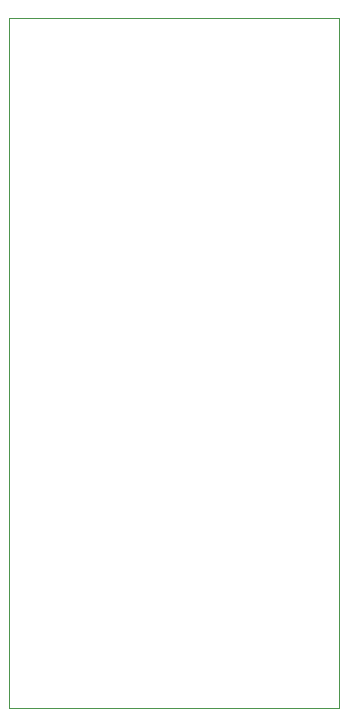
<source format=gbr>
%TF.GenerationSoftware,KiCad,Pcbnew,(6.0.4)*%
%TF.CreationDate,2022-04-13T10:32:48-07:00*%
%TF.ProjectId,trafficLight,74726166-6669-4634-9c69-6768742e6b69,rev?*%
%TF.SameCoordinates,Original*%
%TF.FileFunction,Profile,NP*%
%FSLAX46Y46*%
G04 Gerber Fmt 4.6, Leading zero omitted, Abs format (unit mm)*
G04 Created by KiCad (PCBNEW (6.0.4)) date 2022-04-13 10:32:48*
%MOMM*%
%LPD*%
G01*
G04 APERTURE LIST*
%TA.AperFunction,Profile*%
%ADD10C,0.100000*%
%TD*%
G04 APERTURE END LIST*
D10*
X113030000Y-71120000D02*
X140970000Y-71120000D01*
X140970000Y-71120000D02*
X140970000Y-129540000D01*
X140970000Y-129540000D02*
X113030000Y-129540000D01*
X113030000Y-129540000D02*
X113030000Y-71120000D01*
M02*

</source>
